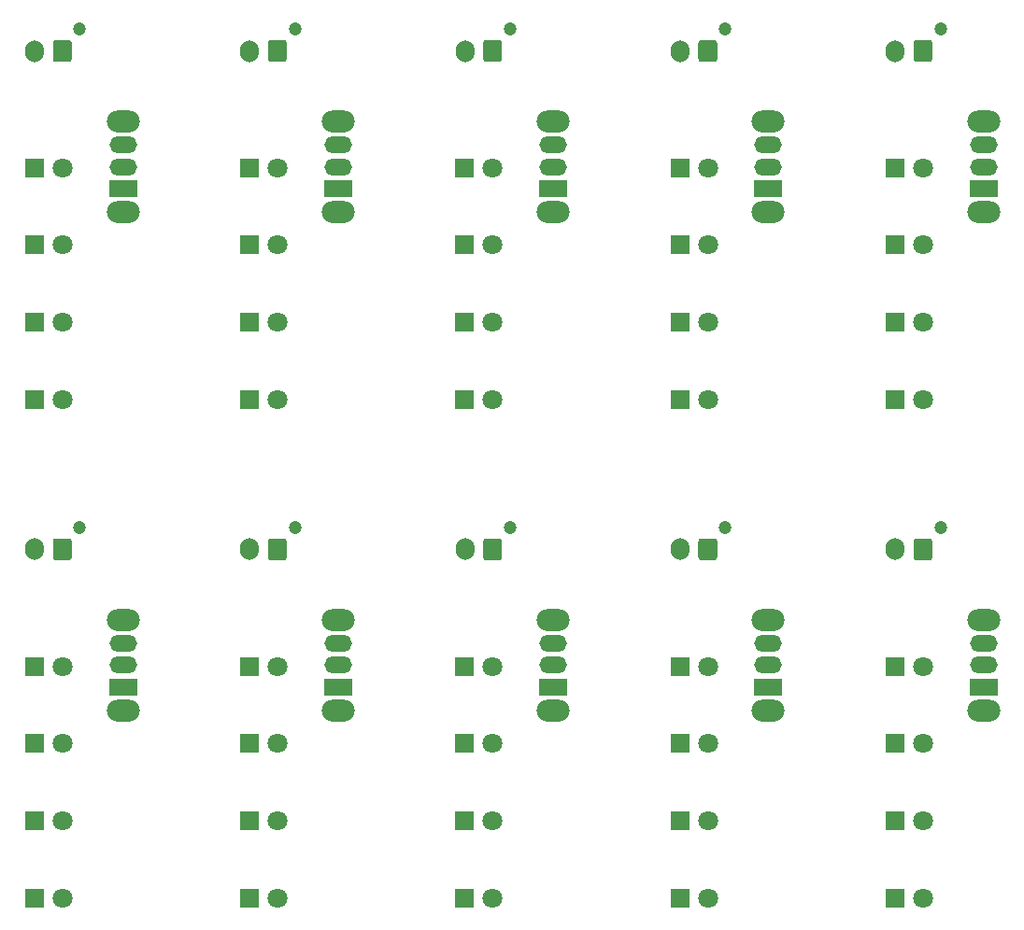
<source format=gbr>
%TF.GenerationSoftware,KiCad,Pcbnew,(5.1.9)-1*%
%TF.CreationDate,2022-04-08T02:00:15+08:00*%
%TF.ProjectId,LED_panelize,4c45445f-7061-46e6-956c-697a652e6b69,rev?*%
%TF.SameCoordinates,Original*%
%TF.FileFunction,Soldermask,Bot*%
%TF.FilePolarity,Negative*%
%FSLAX46Y46*%
G04 Gerber Fmt 4.6, Leading zero omitted, Abs format (unit mm)*
G04 Created by KiCad (PCBNEW (5.1.9)-1) date 2022-04-08 02:00:15*
%MOMM*%
%LPD*%
G01*
G04 APERTURE LIST*
%ADD10R,1.800000X1.800000*%
%ADD11C,1.800000*%
%ADD12O,1.700000X2.000000*%
%ADD13C,1.200000*%
%ADD14R,2.500000X1.500000*%
%ADD15O,2.500000X1.500000*%
%ADD16O,3.000000X2.000000*%
G04 APERTURE END LIST*
D10*
%TO.C,D4*%
X174775000Y-135000000D03*
D11*
X177315000Y-135000000D03*
%TD*%
D10*
%TO.C,D4*%
X155275000Y-135000000D03*
D11*
X157815000Y-135000000D03*
%TD*%
D10*
%TO.C,D4*%
X135775000Y-135000000D03*
D11*
X138315000Y-135000000D03*
%TD*%
D10*
%TO.C,D4*%
X116275000Y-135000000D03*
D11*
X118815000Y-135000000D03*
%TD*%
D10*
%TO.C,D4*%
X96775000Y-135000000D03*
D11*
X99315000Y-135000000D03*
%TD*%
D10*
%TO.C,D4*%
X174775000Y-89800000D03*
D11*
X177315000Y-89800000D03*
%TD*%
D10*
%TO.C,D4*%
X155275000Y-89800000D03*
D11*
X157815000Y-89800000D03*
%TD*%
D10*
%TO.C,D4*%
X135775000Y-89800000D03*
D11*
X138315000Y-89800000D03*
%TD*%
D10*
%TO.C,D4*%
X116275000Y-89800000D03*
D11*
X118815000Y-89800000D03*
%TD*%
D10*
%TO.C,D2*%
X174775000Y-128000000D03*
D11*
X177315000Y-128000000D03*
%TD*%
D10*
%TO.C,D2*%
X155275000Y-128000000D03*
D11*
X157815000Y-128000000D03*
%TD*%
D10*
%TO.C,D2*%
X135775000Y-128000000D03*
D11*
X138315000Y-128000000D03*
%TD*%
D10*
%TO.C,D2*%
X116275000Y-128000000D03*
D11*
X118815000Y-128000000D03*
%TD*%
D10*
%TO.C,D2*%
X96775000Y-128000000D03*
D11*
X99315000Y-128000000D03*
%TD*%
D10*
%TO.C,D2*%
X174775000Y-82800000D03*
D11*
X177315000Y-82800000D03*
%TD*%
D10*
%TO.C,D2*%
X155275000Y-82800000D03*
D11*
X157815000Y-82800000D03*
%TD*%
D10*
%TO.C,D2*%
X135775000Y-82800000D03*
D11*
X138315000Y-82800000D03*
%TD*%
D10*
%TO.C,D2*%
X116275000Y-82800000D03*
D11*
X118815000Y-82800000D03*
%TD*%
D10*
%TO.C,D1*%
X174775000Y-114000000D03*
D11*
X177315000Y-114000000D03*
%TD*%
D10*
%TO.C,D1*%
X155275000Y-114000000D03*
D11*
X157815000Y-114000000D03*
%TD*%
D10*
%TO.C,D1*%
X135775000Y-114000000D03*
D11*
X138315000Y-114000000D03*
%TD*%
D10*
%TO.C,D1*%
X116275000Y-114000000D03*
D11*
X118815000Y-114000000D03*
%TD*%
D10*
%TO.C,D1*%
X96775000Y-114000000D03*
D11*
X99315000Y-114000000D03*
%TD*%
D10*
%TO.C,D1*%
X174775000Y-68800000D03*
D11*
X177315000Y-68800000D03*
%TD*%
D10*
%TO.C,D1*%
X155275000Y-68800000D03*
D11*
X157815000Y-68800000D03*
%TD*%
D10*
%TO.C,D1*%
X135775000Y-68800000D03*
D11*
X138315000Y-68800000D03*
%TD*%
D10*
%TO.C,D1*%
X116275000Y-68800000D03*
D11*
X118815000Y-68800000D03*
%TD*%
D10*
%TO.C,D3*%
X174775000Y-121000000D03*
D11*
X177315000Y-121000000D03*
%TD*%
D10*
%TO.C,D3*%
X155275000Y-121000000D03*
D11*
X157815000Y-121000000D03*
%TD*%
D10*
%TO.C,D3*%
X135775000Y-121000000D03*
D11*
X138315000Y-121000000D03*
%TD*%
D10*
%TO.C,D3*%
X116275000Y-121000000D03*
D11*
X118815000Y-121000000D03*
%TD*%
D10*
%TO.C,D3*%
X96775000Y-121000000D03*
D11*
X99315000Y-121000000D03*
%TD*%
D10*
%TO.C,D3*%
X174775000Y-75800000D03*
D11*
X177315000Y-75800000D03*
%TD*%
D10*
%TO.C,D3*%
X155275000Y-75800000D03*
D11*
X157815000Y-75800000D03*
%TD*%
D10*
%TO.C,D3*%
X135775000Y-75800000D03*
D11*
X138315000Y-75800000D03*
%TD*%
D10*
%TO.C,D3*%
X116275000Y-75800000D03*
D11*
X118815000Y-75800000D03*
%TD*%
%TO.C,J1*%
G36*
G01*
X178150000Y-102650000D02*
X178150000Y-104150000D01*
G75*
G02*
X177900000Y-104400000I-250000J0D01*
G01*
X176700000Y-104400000D01*
G75*
G02*
X176450000Y-104150000I0J250000D01*
G01*
X176450000Y-102650000D01*
G75*
G02*
X176700000Y-102400000I250000J0D01*
G01*
X177900000Y-102400000D01*
G75*
G02*
X178150000Y-102650000I0J-250000D01*
G01*
G37*
D12*
X174800000Y-103400000D03*
D13*
X178900000Y-101400000D03*
%TD*%
%TO.C,J1*%
G36*
G01*
X158650000Y-102650000D02*
X158650000Y-104150000D01*
G75*
G02*
X158400000Y-104400000I-250000J0D01*
G01*
X157200000Y-104400000D01*
G75*
G02*
X156950000Y-104150000I0J250000D01*
G01*
X156950000Y-102650000D01*
G75*
G02*
X157200000Y-102400000I250000J0D01*
G01*
X158400000Y-102400000D01*
G75*
G02*
X158650000Y-102650000I0J-250000D01*
G01*
G37*
D12*
X155300000Y-103400000D03*
D13*
X159400000Y-101400000D03*
%TD*%
%TO.C,J1*%
G36*
G01*
X139150000Y-102650000D02*
X139150000Y-104150000D01*
G75*
G02*
X138900000Y-104400000I-250000J0D01*
G01*
X137700000Y-104400000D01*
G75*
G02*
X137450000Y-104150000I0J250000D01*
G01*
X137450000Y-102650000D01*
G75*
G02*
X137700000Y-102400000I250000J0D01*
G01*
X138900000Y-102400000D01*
G75*
G02*
X139150000Y-102650000I0J-250000D01*
G01*
G37*
D12*
X135800000Y-103400000D03*
D13*
X139900000Y-101400000D03*
%TD*%
%TO.C,J1*%
G36*
G01*
X119650000Y-102650000D02*
X119650000Y-104150000D01*
G75*
G02*
X119400000Y-104400000I-250000J0D01*
G01*
X118200000Y-104400000D01*
G75*
G02*
X117950000Y-104150000I0J250000D01*
G01*
X117950000Y-102650000D01*
G75*
G02*
X118200000Y-102400000I250000J0D01*
G01*
X119400000Y-102400000D01*
G75*
G02*
X119650000Y-102650000I0J-250000D01*
G01*
G37*
D12*
X116300000Y-103400000D03*
D13*
X120400000Y-101400000D03*
%TD*%
%TO.C,J1*%
G36*
G01*
X100150000Y-102650000D02*
X100150000Y-104150000D01*
G75*
G02*
X99900000Y-104400000I-250000J0D01*
G01*
X98700000Y-104400000D01*
G75*
G02*
X98450000Y-104150000I0J250000D01*
G01*
X98450000Y-102650000D01*
G75*
G02*
X98700000Y-102400000I250000J0D01*
G01*
X99900000Y-102400000D01*
G75*
G02*
X100150000Y-102650000I0J-250000D01*
G01*
G37*
D12*
X96800000Y-103400000D03*
D13*
X100900000Y-101400000D03*
%TD*%
%TO.C,J1*%
G36*
G01*
X178150000Y-57450000D02*
X178150000Y-58950000D01*
G75*
G02*
X177900000Y-59200000I-250000J0D01*
G01*
X176700000Y-59200000D01*
G75*
G02*
X176450000Y-58950000I0J250000D01*
G01*
X176450000Y-57450000D01*
G75*
G02*
X176700000Y-57200000I250000J0D01*
G01*
X177900000Y-57200000D01*
G75*
G02*
X178150000Y-57450000I0J-250000D01*
G01*
G37*
D12*
X174800000Y-58200000D03*
D13*
X178900000Y-56200000D03*
%TD*%
%TO.C,J1*%
G36*
G01*
X158650000Y-57450000D02*
X158650000Y-58950000D01*
G75*
G02*
X158400000Y-59200000I-250000J0D01*
G01*
X157200000Y-59200000D01*
G75*
G02*
X156950000Y-58950000I0J250000D01*
G01*
X156950000Y-57450000D01*
G75*
G02*
X157200000Y-57200000I250000J0D01*
G01*
X158400000Y-57200000D01*
G75*
G02*
X158650000Y-57450000I0J-250000D01*
G01*
G37*
D12*
X155300000Y-58200000D03*
D13*
X159400000Y-56200000D03*
%TD*%
%TO.C,J1*%
G36*
G01*
X139150000Y-57450000D02*
X139150000Y-58950000D01*
G75*
G02*
X138900000Y-59200000I-250000J0D01*
G01*
X137700000Y-59200000D01*
G75*
G02*
X137450000Y-58950000I0J250000D01*
G01*
X137450000Y-57450000D01*
G75*
G02*
X137700000Y-57200000I250000J0D01*
G01*
X138900000Y-57200000D01*
G75*
G02*
X139150000Y-57450000I0J-250000D01*
G01*
G37*
D12*
X135800000Y-58200000D03*
D13*
X139900000Y-56200000D03*
%TD*%
%TO.C,J1*%
G36*
G01*
X119650000Y-57450000D02*
X119650000Y-58950000D01*
G75*
G02*
X119400000Y-59200000I-250000J0D01*
G01*
X118200000Y-59200000D01*
G75*
G02*
X117950000Y-58950000I0J250000D01*
G01*
X117950000Y-57450000D01*
G75*
G02*
X118200000Y-57200000I250000J0D01*
G01*
X119400000Y-57200000D01*
G75*
G02*
X119650000Y-57450000I0J-250000D01*
G01*
G37*
D12*
X116300000Y-58200000D03*
D13*
X120400000Y-56200000D03*
%TD*%
D14*
%TO.C,SW1*%
X182800000Y-115900000D03*
D15*
X182800000Y-113900000D03*
X182800000Y-111900000D03*
D16*
X182800000Y-118000000D03*
X182800000Y-109800000D03*
%TD*%
D14*
%TO.C,SW1*%
X163300000Y-115900000D03*
D15*
X163300000Y-113900000D03*
X163300000Y-111900000D03*
D16*
X163300000Y-118000000D03*
X163300000Y-109800000D03*
%TD*%
D14*
%TO.C,SW1*%
X143800000Y-115900000D03*
D15*
X143800000Y-113900000D03*
X143800000Y-111900000D03*
D16*
X143800000Y-118000000D03*
X143800000Y-109800000D03*
%TD*%
D14*
%TO.C,SW1*%
X124300000Y-115900000D03*
D15*
X124300000Y-113900000D03*
X124300000Y-111900000D03*
D16*
X124300000Y-118000000D03*
X124300000Y-109800000D03*
%TD*%
D14*
%TO.C,SW1*%
X104800000Y-115900000D03*
D15*
X104800000Y-113900000D03*
X104800000Y-111900000D03*
D16*
X104800000Y-118000000D03*
X104800000Y-109800000D03*
%TD*%
D14*
%TO.C,SW1*%
X182800000Y-70700000D03*
D15*
X182800000Y-68700000D03*
X182800000Y-66700000D03*
D16*
X182800000Y-72800000D03*
X182800000Y-64600000D03*
%TD*%
D14*
%TO.C,SW1*%
X163300000Y-70700000D03*
D15*
X163300000Y-68700000D03*
X163300000Y-66700000D03*
D16*
X163300000Y-72800000D03*
X163300000Y-64600000D03*
%TD*%
D14*
%TO.C,SW1*%
X143800000Y-70700000D03*
D15*
X143800000Y-68700000D03*
X143800000Y-66700000D03*
D16*
X143800000Y-72800000D03*
X143800000Y-64600000D03*
%TD*%
D14*
%TO.C,SW1*%
X124300000Y-70700000D03*
D15*
X124300000Y-68700000D03*
X124300000Y-66700000D03*
D16*
X124300000Y-72800000D03*
X124300000Y-64600000D03*
%TD*%
D11*
%TO.C,D4*%
X99315000Y-89800000D03*
D10*
X96775000Y-89800000D03*
%TD*%
D16*
%TO.C,SW1*%
X104800000Y-64600000D03*
X104800000Y-72800000D03*
D15*
X104800000Y-66700000D03*
X104800000Y-68700000D03*
D14*
X104800000Y-70700000D03*
%TD*%
D13*
%TO.C,J1*%
X100900000Y-56200000D03*
D12*
X96800000Y-58200000D03*
G36*
G01*
X100150000Y-57450000D02*
X100150000Y-58950000D01*
G75*
G02*
X99900000Y-59200000I-250000J0D01*
G01*
X98700000Y-59200000D01*
G75*
G02*
X98450000Y-58950000I0J250000D01*
G01*
X98450000Y-57450000D01*
G75*
G02*
X98700000Y-57200000I250000J0D01*
G01*
X99900000Y-57200000D01*
G75*
G02*
X100150000Y-57450000I0J-250000D01*
G01*
G37*
%TD*%
D11*
%TO.C,D3*%
X99315000Y-75800000D03*
D10*
X96775000Y-75800000D03*
%TD*%
D11*
%TO.C,D2*%
X99315000Y-82800000D03*
D10*
X96775000Y-82800000D03*
%TD*%
D11*
%TO.C,D1*%
X99315000Y-68800000D03*
D10*
X96775000Y-68800000D03*
%TD*%
M02*

</source>
